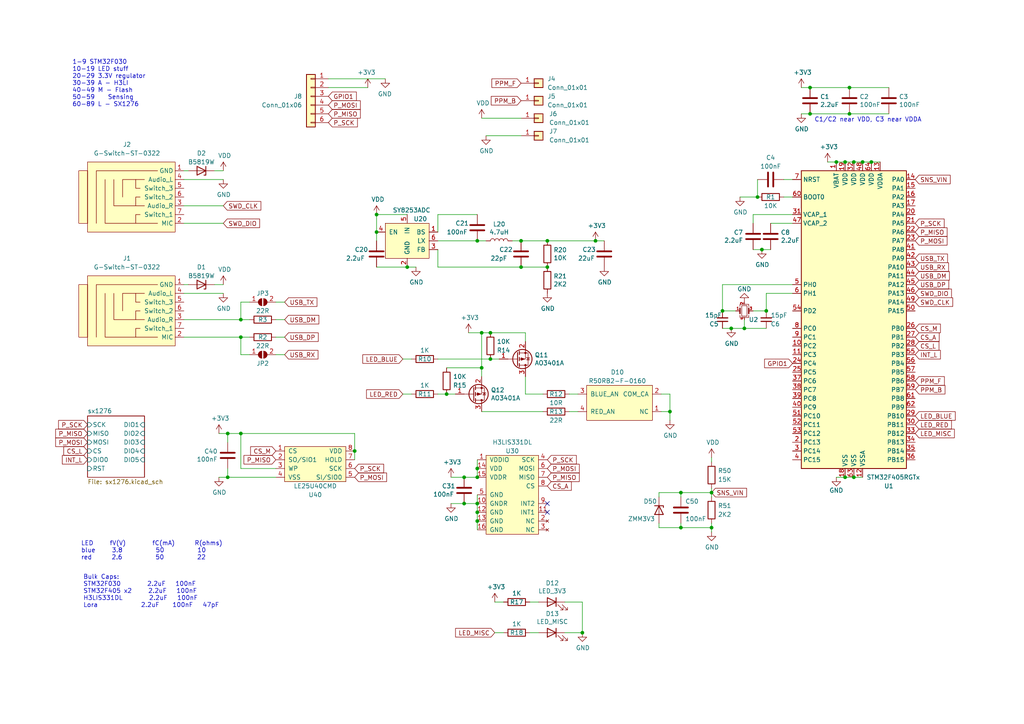
<source format=kicad_sch>
(kicad_sch (version 20211123) (generator eeschema)
  (paper "A4")
  (title_block (title "Spin-Sonic") (date "2022-10-20") (rev "V2.0.0") (company "Team Alfredo"))
  (junction (at 151.13 69.85))
  (junction (at 212.09 95.25))
  (junction (at 247.65 46.99))
  (junction (at 109.22 67.31))
  (junction (at 246.38 25.4))
  (junction (at 66.04 125.73))
  (junction (at 158.75 77.47))
  (junction (at 138.43 138.43))
  (junction (at 250.19 46.99))
  (junction (at 168.91 183.515))
  (junction (at 139.7 106.68))
  (junction (at 234.95 25.4))
  (junction (at 209.55 90.17))
  (junction (at 138.43 151.13))
  (junction (at 219.71 57.15))
  (junction (at 134.62 138.43))
  (junction (at 142.24 96.52))
  (junction (at 134.62 146.05))
  (junction (at 215.9 95.25))
  (junction (at 69.85 92.71))
  (junction (at 102.87 130.81))
  (junction (at 138.43 148.59))
  (junction (at 206.375 142.875))
  (junction (at 246.38 33.02))
  (junction (at 252.73 46.99))
  (junction (at 245.11 46.99))
  (junction (at 151.13 77.47))
  (junction (at 220.98 72.39))
  (junction (at 142.24 104.14))
  (junction (at 206.375 153.035))
  (junction (at 197.485 142.875))
  (junction (at 109.22 62.23))
  (junction (at 138.43 146.05))
  (junction (at 234.95 33.02))
  (junction (at 69.85 97.79))
  (junction (at 194.31 119.38))
  (junction (at 139.7 96.52))
  (junction (at 158.75 69.85))
  (junction (at 129.54 114.3))
  (junction (at 245.11 138.43))
  (junction (at 247.65 138.43))
  (junction (at 138.43 135.89))
  (junction (at 197.485 153.035))
  (junction (at 222.25 90.17))
  (junction (at 69.85 125.73))
  (junction (at 138.43 69.85))
  (junction (at 172.72 69.85))
  (junction (at 66.04 138.43))
  (junction (at 242.57 46.99))
  (junction (at 118.11 77.47))
  (no_connect (at 158.75 148.59))
  (no_connect (at 158.75 146.05))
  (wire (pts (xy 163.83 174.625) (xy 168.91 174.625)))
  (wire (pts (xy 197.485 151.765) (xy 197.485 153.035)))
  (wire (pts (xy 209.55 82.55) (xy 209.55 90.17)))
  (wire (pts (xy 158.75 69.85) (xy 172.72 69.85)))
  (wire (pts (xy 158.75 77.47) (xy 151.13 77.47)))
  (wire (pts (xy 109.22 62.23) (xy 118.11 62.23)))
  (wire (pts (xy 72.39 87.63) (xy 69.85 87.63)))
  (wire (pts (xy 138.43 69.85) (xy 140.97 69.85)))
  (wire (pts (xy 63.5 125.73) (xy 66.04 125.73)))
  (wire (pts (xy 234.95 33.02) (xy 232.41 33.02)))
  (wire (pts (xy 80.01 97.79) (xy 82.55 97.79)))
  (wire (pts (xy 234.95 33.02) (xy 246.38 33.02)))
  (wire (pts (xy 138.43 135.89) (xy 138.43 133.35)))
  (wire (pts (xy 142.24 104.14) (xy 144.78 104.14)))
  (wire (pts (xy 138.43 146.05) (xy 138.43 148.59)))
  (wire (pts (xy 209.55 95.25) (xy 212.09 95.25)))
  (wire (pts (xy 197.485 144.145) (xy 197.485 142.875)))
  (wire (pts (xy 194.31 114.3) (xy 194.31 119.38)))
  (wire (pts (xy 106.68 25.4) (xy 95.25 25.4)))
  (wire (pts (xy 63.5 138.43) (xy 66.04 138.43)))
  (wire (pts (xy 218.44 64.77) (xy 218.44 62.23)))
  (wire (pts (xy 138.43 138.43) (xy 138.43 135.89)))
  (wire (pts (xy 127 77.47) (xy 127 72.39)))
  (wire (pts (xy 191.135 153.035) (xy 197.485 153.035)))
  (wire (pts (xy 206.375 154.305) (xy 206.375 153.035)))
  (wire (pts (xy 157.48 114.3) (xy 152.4 114.3)))
  (wire (pts (xy 247.65 46.99) (xy 250.19 46.99)))
  (wire (pts (xy 250.19 46.99) (xy 252.73 46.99)))
  (wire (pts (xy 139.7 96.52) (xy 139.7 106.68)))
  (wire (pts (xy 146.05 174.625) (xy 143.51 174.625)))
  (wire (pts (xy 229.87 57.15) (xy 227.33 57.15)))
  (wire (pts (xy 227.33 52.07) (xy 229.87 52.07)))
  (wire (pts (xy 69.85 97.79) (xy 72.39 97.79)))
  (wire (pts (xy 142.24 96.52) (xy 139.7 96.52)))
  (wire (pts (xy 66.04 138.43) (xy 80.01 138.43)))
  (wire (pts (xy 134.62 138.43) (xy 138.43 138.43)))
  (wire (pts (xy 82.55 87.63) (xy 80.01 87.63)))
  (wire (pts (xy 246.38 25.4) (xy 257.81 25.4)))
  (wire (pts (xy 245.11 138.43) (xy 247.65 138.43)))
  (wire (pts (xy 62.23 82.55) (xy 64.77 82.55)))
  (wire (pts (xy 229.87 64.77) (xy 223.52 64.77)))
  (wire (pts (xy 214.63 57.15) (xy 219.71 57.15)))
  (wire (pts (xy 109.22 69.85) (xy 109.22 67.31)))
  (wire (pts (xy 152.4 96.52) (xy 142.24 96.52)))
  (wire (pts (xy 191.135 151.765) (xy 191.135 153.035)))
  (wire (pts (xy 127 114.3) (xy 129.54 114.3)))
  (wire (pts (xy 138.43 148.59) (xy 138.43 151.13)))
  (wire (pts (xy 240.03 46.99) (xy 242.57 46.99)))
  (wire (pts (xy 82.55 102.87) (xy 80.01 102.87)))
  (wire (pts (xy 69.85 92.71) (xy 72.39 92.71)))
  (wire (pts (xy 209.55 82.55) (xy 229.87 82.55)))
  (wire (pts (xy 168.91 174.625) (xy 168.91 183.515)))
  (wire (pts (xy 194.31 119.38) (xy 194.31 121.92)))
  (wire (pts (xy 220.98 72.39) (xy 218.44 72.39)))
  (wire (pts (xy 53.34 92.71) (xy 69.85 92.71)))
  (wire (pts (xy 69.85 125.73) (xy 66.04 125.73)))
  (wire (pts (xy 127 69.85) (xy 138.43 69.85)))
  (wire (pts (xy 53.34 85.09) (xy 64.77 85.09)))
  (wire (pts (xy 242.57 46.99) (xy 245.11 46.99)))
  (wire (pts (xy 191.135 144.145) (xy 191.135 142.875)))
  (wire (pts (xy 82.55 92.71) (xy 80.01 92.71)))
  (wire (pts (xy 111.76 22.86) (xy 95.25 22.86)))
  (wire (pts (xy 138.43 143.51) (xy 138.43 146.05)))
  (wire (pts (xy 102.87 133.35) (xy 102.87 130.81)))
  (wire (pts (xy 53.34 49.53) (xy 54.61 49.53)))
  (wire (pts (xy 191.77 114.3) (xy 194.31 114.3)))
  (wire (pts (xy 232.41 25.4) (xy 234.95 25.4)))
  (wire (pts (xy 53.34 97.79) (xy 69.85 97.79)))
  (wire (pts (xy 252.73 46.99) (xy 255.27 46.99)))
  (wire (pts (xy 116.84 104.14) (xy 119.38 104.14)))
  (wire (pts (xy 191.135 142.875) (xy 197.485 142.875)))
  (wire (pts (xy 135.89 96.52) (xy 139.7 96.52)))
  (wire (pts (xy 53.34 64.77) (xy 64.77 64.77)))
  (wire (pts (xy 245.11 46.99) (xy 247.65 46.99)))
  (wire (pts (xy 215.9 92.71) (xy 215.9 95.25)))
  (wire (pts (xy 218.44 62.23) (xy 229.87 62.23)))
  (wire (pts (xy 109.22 67.31) (xy 109.22 62.23)))
  (wire (pts (xy 53.34 52.07) (xy 64.77 52.07)))
  (wire (pts (xy 163.83 183.515) (xy 168.91 183.515)))
  (wire (pts (xy 69.85 87.63) (xy 69.85 92.71)))
  (wire (pts (xy 72.39 102.87) (xy 69.85 102.87)))
  (wire (pts (xy 69.85 125.73) (xy 102.87 125.73)))
  (wire (pts (xy 118.11 77.47) (xy 120.65 77.47)))
  (wire (pts (xy 66.04 138.43) (xy 66.04 135.89)))
  (wire (pts (xy 167.64 119.38) (xy 165.1 119.38)))
  (wire (pts (xy 152.4 114.3) (xy 152.4 109.22)))
  (wire (pts (xy 139.7 119.38) (xy 157.48 119.38)))
  (wire (pts (xy 140.97 39.37) (xy 151.13 39.37)))
  (wire (pts (xy 53.34 59.69) (xy 64.77 59.69)))
  (wire (pts (xy 247.65 138.43) (xy 250.19 138.43)))
  (wire (pts (xy 127 104.14) (xy 142.24 104.14)))
  (wire (pts (xy 62.23 49.53) (xy 64.77 49.53)))
  (wire (pts (xy 148.59 69.85) (xy 151.13 69.85)))
  (wire (pts (xy 219.71 57.15) (xy 219.71 52.07)))
  (wire (pts (xy 139.7 34.29) (xy 151.13 34.29)))
  (wire (pts (xy 129.54 106.68) (xy 139.7 106.68)))
  (wire (pts (xy 151.13 69.85) (xy 158.75 69.85)))
  (wire (pts (xy 138.43 151.13) (xy 138.43 153.67)))
  (wire (pts (xy 69.85 135.89) (xy 69.85 125.73)))
  (wire (pts (xy 206.375 144.145) (xy 206.375 142.875)))
  (wire (pts (xy 53.34 82.55) (xy 54.61 82.55)))
  (wire (pts (xy 139.7 106.68) (xy 139.7 109.22)))
  (wire (pts (xy 197.485 142.875) (xy 206.375 142.875)))
  (wire (pts (xy 222.25 90.17) (xy 222.25 85.09)))
  (wire (pts (xy 80.01 135.89) (xy 69.85 135.89)))
  (wire (pts (xy 222.25 85.09) (xy 229.87 85.09)))
  (wire (pts (xy 152.4 96.52) (xy 152.4 99.06)))
  (wire (pts (xy 245.11 138.43) (xy 242.57 138.43)))
  (wire (pts (xy 197.485 153.035) (xy 206.375 153.035)))
  (wire (pts (xy 156.21 174.625) (xy 153.67 174.625)))
  (wire (pts (xy 165.1 114.3) (xy 167.64 114.3)))
  (wire (pts (xy 130.81 138.43) (xy 134.62 138.43)))
  (wire (pts (xy 172.72 69.85) (xy 175.26 69.85)))
  (wire (pts (xy 218.44 90.17) (xy 222.25 90.17)))
  (wire (pts (xy 66.04 125.73) (xy 66.04 128.27)))
  (wire (pts (xy 129.54 114.3) (xy 132.08 114.3)))
  (wire (pts (xy 206.375 132.715) (xy 206.375 133.985)))
  (wire (pts (xy 119.38 114.3) (xy 116.84 114.3)))
  (wire (pts (xy 109.22 77.47) (xy 118.11 77.47)))
  (wire (pts (xy 127 67.31) (xy 127 62.23)))
  (wire (pts (xy 127 62.23) (xy 138.43 62.23)))
  (wire (pts (xy 209.55 90.17) (xy 213.36 90.17)))
  (wire (pts (xy 69.85 102.87) (xy 69.85 97.79)))
  (wire (pts (xy 146.05 183.515) (xy 143.51 183.515)))
  (wire (pts (xy 206.375 153.035) (xy 206.375 151.765)))
  (wire (pts (xy 134.62 146.05) (xy 138.43 146.05)))
  (wire (pts (xy 223.52 72.39) (xy 220.98 72.39)))
  (wire (pts (xy 151.13 77.47) (xy 127 77.47)))
  (wire (pts (xy 212.09 95.25) (xy 215.9 95.25)))
  (wire (pts (xy 246.38 33.02) (xy 257.81 33.02)))
  (wire (pts (xy 234.95 25.4) (xy 246.38 25.4)))
  (wire (pts (xy 206.375 142.875) (xy 206.375 141.605)))
  (wire (pts (xy 156.21 183.515) (xy 153.67 183.515)))
  (wire (pts (xy 215.9 95.25) (xy 222.25 95.25)))
  (wire (pts (xy 191.77 119.38) (xy 194.31 119.38)))
  (wire (pts (xy 102.87 130.81) (xy 102.87 125.73)))
  (wire (pts (xy 130.81 146.05) (xy 134.62 146.05)))
  (text "LED     fV(V)        fC(mA)      R(ohms)\nblue     3.8          50          10\nred      2.6          50          22" (at 23.495 162.56 0) (effects (font (size 1.27 1.27)) (justify left bottom)))
  (text "C1/C2 near VDD, C3 near VDDA" (at 236.22 35.56 0) (effects (font (size 1.27 1.27)) (justify left bottom)))
  (text "Bulk Caps:\nSTM32F030        2.2uF   100nF\nSTM32F405 x2     2.2uF   100nF\nH3LIS331DL        2.2uF   100nF\nLora             2.2uF    100nF   47pF\n\n" (at 24.13 178.435 0) (effects (font (size 1.27 1.27)) (justify left bottom)))
  (text "1-9 STM32F030\n10-19 LED stuff\n20-29 3.3V regulator\n30-39 A - H3LI\n40-49 M - Flash\n50-59    Sensing\n60-89 L - SX1276" (at 20.955 31.115 0) (effects (font (size 1.27 1.27)) (justify left bottom)))
  (global_label "P_MISO" (shape input) (at 265.43 67.31 0) (property "Intersheet References" "${INTERSHEET_REFS}" (effects hide)))
  (global_label "P_SCK" (shape input) (at 95.25 35.56 0) (property "Intersheet References" "${INTERSHEET_REFS}" (effects hide)))
  (global_label "PPM_B" (shape input) (at 265.43 113.03 0) (property "Intersheet References" "${INTERSHEET_REFS}" (effects hide)))
  (global_label "LED_BLUE" (shape input) (at 265.43 120.65 0) (property "Intersheet References" "${INTERSHEET_REFS}" (effects hide)))
  (global_label "GPIO1" (shape input) (at 95.25 27.94 0) (property "Intersheet References" "${INTERSHEET_REFS}" (effects hide)))
  (global_label "LED_RED" (shape input) (at 116.84 114.3 180) (property "Intersheet References" "${INTERSHEET_REFS}" (effects hide)))
  (global_label "SWD_DIO" (shape input) (at 64.77 64.77 0) (property "Intersheet References" "${INTERSHEET_REFS}" (effects hide)))
  (global_label "P_SCK" (shape input) (at 102.87 135.89 0) (property "Intersheet References" "${INTERSHEET_REFS}" (effects hide)))
  (global_label "P_MOSI" (shape input) (at 265.43 69.85 0) (property "Intersheet References" "${INTERSHEET_REFS}" (effects hide)))
  (global_label "LED_MISC" (shape input) (at 265.43 125.73 0) (property "Intersheet References" "${INTERSHEET_REFS}" (effects hide)))
  (global_label "USB_DM" (shape input) (at 265.43 80.01 0) (property "Intersheet References" "${INTERSHEET_REFS}" (effects hide)))
  (global_label "LED_RED" (shape input) (at 265.43 123.19 0) (property "Intersheet References" "${INTERSHEET_REFS}" (effects hide)))
  (global_label "P_MOSI" (shape input) (at 102.87 138.43 0) (property "Intersheet References" "${INTERSHEET_REFS}" (effects hide)))
  (global_label "P_SCK" (shape input) (at 265.43 64.77 0) (property "Intersheet References" "${INTERSHEET_REFS}" (effects hide)))
  (global_label "LED_BLUE" (shape input) (at 116.84 104.14 180) (property "Intersheet References" "${INTERSHEET_REFS}" (effects hide)))
  (global_label "PPM_B" (shape input) (at 151.13 29.21 180) (property "Intersheet References" "${INTERSHEET_REFS}" (effects hide)))
  (global_label "P_MISO" (shape input) (at 25.4 125.73 180) (property "Intersheet References" "${INTERSHEET_REFS}" (effects hide)))
  (global_label "USB_DP" (shape input) (at 82.55 97.79 0) (property "Intersheet References" "${INTERSHEET_REFS}" (effects hide)))
  (global_label "LED_MISC" (shape input) (at 143.51 183.515 180) (property "Intersheet References" "${INTERSHEET_REFS}" (effects hide)))
  (global_label "P_SCK" (shape input) (at 25.4 123.19 180) (property "Intersheet References" "${INTERSHEET_REFS}" (effects hide)))
  (global_label "P_MOSI" (shape input) (at 95.25 30.48 0) (property "Intersheet References" "${INTERSHEET_REFS}" (effects hide)))
  (global_label "CS_M" (shape input) (at 265.43 95.25 0) (property "Intersheet References" "${INTERSHEET_REFS}" (effects hide)))
  (global_label "CS_M" (shape input) (at 80.01 130.81 180) (property "Intersheet References" "${INTERSHEET_REFS}" (effects hide)))
  (global_label "P_SCK" (shape input) (at 158.75 133.35 0) (property "Intersheet References" "${INTERSHEET_REFS}" (effects hide)))
  (global_label "INT_L" (shape input) (at 25.4 133.35 180) (property "Intersheet References" "${INTERSHEET_REFS}" (effects hide)))
  (global_label "CS_L" (shape input) (at 265.43 100.33 0) (property "Intersheet References" "${INTERSHEET_REFS}" (effects hide)))
  (global_label "SWD_CLK" (shape input) (at 64.77 59.69 0) (property "Intersheet References" "${INTERSHEET_REFS}" (effects hide)))
  (global_label "P_MOSI" (shape input) (at 158.75 135.89 0) (property "Intersheet References" "${INTERSHEET_REFS}" (effects hide)))
  (global_label "P_MISO" (shape input) (at 95.25 33.02 0) (property "Intersheet References" "${INTERSHEET_REFS}" (effects hide)))
  (global_label "P_MISO" (shape input) (at 80.01 133.35 180) (property "Intersheet References" "${INTERSHEET_REFS}" (effects hide)))
  (global_label "CS_L" (shape input) (at 25.4 130.81 180) (property "Intersheet References" "${INTERSHEET_REFS}" (effects hide)))
  (global_label "INT_L" (shape input) (at 265.43 102.87 0) (property "Intersheet References" "${INTERSHEET_REFS}" (effects hide)))
  (global_label "SWD_CLK" (shape input) (at 265.43 87.63 0) (property "Intersheet References" "${INTERSHEET_REFS}" (effects hide)))
  (global_label "USB_TX" (shape input) (at 82.55 87.63 0) (property "Intersheet References" "${INTERSHEET_REFS}" (effects hide)))
  (global_label "USB_TX" (shape input) (at 265.43 74.93 0) (property "Intersheet References" "${INTERSHEET_REFS}" (effects hide)))
  (global_label "CS_A" (shape input) (at 265.43 97.79 0) (property "Intersheet References" "${INTERSHEET_REFS}" (effects hide)))
  (global_label "USB_RX" (shape input) (at 82.55 102.87 0) (property "Intersheet References" "${INTERSHEET_REFS}" (effects hide)))
  (global_label "PPM_F" (shape input) (at 151.13 24.13 180) (property "Intersheet References" "${INTERSHEET_REFS}" (effects hide)))
  (global_label "SNS_VIN" (shape input) (at 206.375 142.875 0) (property "Intersheet References" "${INTERSHEET_REFS}" (effects hide)))
  (global_label "P_MISO" (shape input) (at 158.75 138.43 0) (property "Intersheet References" "${INTERSHEET_REFS}" (effects hide)))
  (global_label "SWD_DIO" (shape input) (at 265.43 85.09 0) (property "Intersheet References" "${INTERSHEET_REFS}" (effects hide)))
  (global_label "USB_RX" (shape input) (at 265.43 77.47 0) (property "Intersheet References" "${INTERSHEET_REFS}" (effects hide)))
  (global_label "GPIO1" (shape input) (at 229.87 105.41 180) (property "Intersheet References" "${INTERSHEET_REFS}" (effects hide)))
  (global_label "PPM_F" (shape input) (at 265.43 110.49 0) (property "Intersheet References" "${INTERSHEET_REFS}" (effects hide)))
  (global_label "P_MOSI" (shape input) (at 25.4 128.27 180) (property "Intersheet References" "${INTERSHEET_REFS}" (effects hide)))
  (global_label "CS_A" (shape input) (at 158.75 140.97 0) (property "Intersheet References" "${INTERSHEET_REFS}" (effects hide)))
  (global_label "USB_DP" (shape input) (at 265.43 82.55 0) (property "Intersheet References" "${INTERSHEET_REFS}" (effects hide)))
  (global_label "SNS_VIN" (shape input) (at 265.43 52.07 0) (property "Intersheet References" "${INTERSHEET_REFS}" (effects hide)))
  (global_label "USB_DM" (shape input) (at 82.55 92.71 0) (property "Intersheet References" "${INTERSHEET_REFS}" (effects hide)))
  (symbol (lib_id "TGD:H3LIS331DL") (at 148.59 143.51 0) (unit 1)
    (property "Reference" "U30" (at 148.59 130.81 0))
    (property "Value" "H3LIS331DL" (at 148.59 128.27 0))
    (property "Footprint" "lib_fp:TGD-TFLGA-16_3x3mm" (effects hide))
  )
  (symbol (lib_id "Device:C") (at 134.62 142.24 0) (mirror y) (unit 1)
    (property "Reference" "C31" (at 132.08 140.97 0) (effects (justify left)))
    (property "Value" "100nF" (at 131.699 143.383 0) (effects (justify left)))
    (property "Footprint" "Capacitor_SMD:C_0603_1608Metric" (effects hide))
    (property "Datasheet" "https://lcsc.com/product-detail/Multilayer-Ceramic-Capacitors-MLCC-SMD-SMT_YAGEO-CC0603KRX7R9BB104_C14663.html" (effects hide))
    (property "LCSC" "C14663" (effects hide))
  )
  (symbol (lib_id "Device:C") (at 234.95 29.21 0) (unit 1)
    (property "Reference" "C1" (at 237.871 28.0416 0) (effects (justify left)))
    (property "Value" "2.2uF" (at 237.871 30.353 0) (effects (justify left)))
    (property "Footprint" "Capacitor_SMD:C_0603_1608Metric" (effects hide))
    (property "Datasheet" "https://lcsc.com/product-detail/Multilayer-Ceramic-Capacitors-MLCC-SMD-SMT_Samsung-Electro-Mechanics-CL10A225KO8NNNC_C23630.html" (effects hide))
    (property "LCSC" "C23630	" (effects hide))
  )
  (symbol (lib_id "Device:R") (at 223.52 57.15 90) (mirror x) (unit 1)
    (property "Reference" "R1" (at 223.52 57.15 90))
    (property "Value" "10K" (at 223.52 59.69 90))
    (property "Footprint" "Resistor_SMD:R_0603_1608Metric_Pad0.98x0.95mm_HandSolder" (effects hide))
    (property "Datasheet" "https://lcsc.com/product-detail/Chip-Resistor-Surface-Mount_UNI-ROYAL-Uniroyal-Elec-0603WAF1002T5E_C25804.html" (effects hide))
    (property "LCSC" "C25804" (effects hide))
  )
  (symbol (lib_id "Device:C") (at 223.52 52.07 90) (unit 1)
    (property "Reference" "C4" (at 223.52 45.72 90))
    (property "Value" "100nF" (at 223.52 48.26 90))
    (property "Footprint" "Capacitor_SMD:C_0603_1608Metric" (effects hide))
    (property "Datasheet" "https://lcsc.com/product-detail/Multilayer-Ceramic-Capacitors-MLCC-SMD-SMT_YAGEO-CC0603KRX7R9BB104_C14663.html" (effects hide))
    (property "LCSC" "C14663" (effects hide))
  )
  (symbol (lib_id "power:GND") (at 214.63 57.15 0) (unit 1)
    (property "Reference" "#PWR0101" (effects hide))
    (property "Value" "GND" (at 214.757 61.5442 0))
  )
  (symbol (lib_id "power:+3V3") (at 240.03 46.99 0) (unit 1)
    (property "Reference" "#PWR0102" (effects hide))
    (property "Value" "+3V3" (at 240.411 42.5958 0))
  )
  (symbol (lib_id "power:GND") (at 242.57 138.43 0) (unit 1)
    (property "Reference" "#PWR0118" (effects hide))
    (property "Value" "GND" (at 242.57 142.24 0))
  )
  (symbol (lib_id "Device:C") (at 246.38 29.21 0) (unit 1)
    (property "Reference" "C2" (at 249.301 28.0416 0) (effects (justify left)))
    (property "Value" "100nF" (at 249.301 30.353 0) (effects (justify left)))
    (property "Footprint" "Capacitor_SMD:C_0603_1608Metric" (effects hide))
    (property "Datasheet" "https://lcsc.com/product-detail/Multilayer-Ceramic-Capacitors-MLCC-SMD-SMT_YAGEO-CC0603KRX7R9BB104_C14663.html" (effects hide))
    (property "LCSC" "C14663" (effects hide))
  )
  (symbol (lib_id "Device:C") (at 257.81 29.21 0) (mirror y) (unit 1)
    (property "Reference" "C3" (at 260.731 28.0416 0) (effects (justify right)))
    (property "Value" "100nF" (at 260.731 30.353 0) (effects (justify right)))
    (property "Footprint" "Capacitor_SMD:C_0603_1608Metric" (effects hide))
    (property "Datasheet" "https://lcsc.com/product-detail/Multilayer-Ceramic-Capacitors-MLCC-SMD-SMT_YAGEO-CC0603KRX7R9BB104_C14663.html" (effects hide))
    (property "LCSC" "C14663" (effects hide))
  )
  (symbol (lib_id "power:+3V3") (at 232.41 25.4 0) (unit 1)
    (property "Reference" "#PWR0103" (effects hide))
    (property "Value" "+3V3" (at 232.791 21.0058 0))
  )
  (symbol (lib_id "Device:Crystal_GND24_Small") (at 215.9 90.17 0) (mirror x) (unit 1)
    (property "Reference" "U2" (at 217.17 92.71 0) (effects (justify left)))
    (property "Value" "Crystal_GND24" (effects hide))
    (property "Footprint" "Crystal:Crystal_SMD_5032-4Pin_5.0x3.2mm" (effects hide))
    (property "Datasheet" "https://lcsc.com/product-detail/SMD-Crystal-Resonators_Abracon-LLC-ABM3B-8-000MHZ-10-1-U-T_C276420.html" (effects hide))
    (property "LCSC" "C276420" (effects hide))
  )
  (symbol (lib_id "Device:C_Small") (at 209.55 92.71 0) (mirror x) (unit 1)
    (property "Reference" "C5" (at 205.74 93.98 0) (effects (justify left)))
    (property "Value" "15pF" (at 204.47 91.44 0) (effects (justify left)))
    (property "Footprint" "Capacitor_SMD:C_0603_1608Metric" (effects hide))
    (property "Datasheet" "https://lcsc.com/product-detail/Multilayer-Ceramic-Capacitors-MLCC-SMD-SMT_Samsung-Electro-Mechanics-CL10C150JB8NNNC_C1644.html" (effects hide))
    (property "LCSC" "C1644" (effects hide))
  )
  (symbol (lib_id "Device:C_Small") (at 222.25 92.71 180) (unit 1)
    (property "Reference" "C6" (at 223.52 93.98 0) (effects (justify right)))
    (property "Value" "15pF" (at 223.52 91.44 0) (effects (justify right)))
    (property "Footprint" "Capacitor_SMD:C_0603_1608Metric" (effects hide))
    (property "Datasheet" "https://lcsc.com/product-detail/Multilayer-Ceramic-Capacitors-MLCC-SMD-SMT_Samsung-Electro-Mechanics-CL10C150JB8NNNC_C1644.html" (effects hide))
    (property "LCSC" "C1644" (effects hide))
  )
  (symbol (lib_id "power:GND") (at 215.9 87.63 0) (mirror x) (unit 1)
    (property "Reference" "#PWR0104" (effects hide))
    (property "Value" "GND" (at 215.9 83.82 0))
  )
  (symbol (lib_id "Transistor_FET:AO3401A") (at 149.86 104.14 0) (mirror x) (unit 1)
    (property "Reference" "Q11" (at 155.067 102.9716 0) (effects (justify left)))
    (property "Value" "AO3401A" (at 155.067 105.283 0) (effects (justify left)))
    (property "Footprint" "Package_TO_SOT_SMD:SOT-23" (effects hide))
    (property "Datasheet" "http://www.aosmd.com/pdfs/datasheet/AO3401A.pdf" (effects hide))
    (property "LCSC" "C15127" (effects hide))
  )
  (symbol (lib_id "Transistor_FET:AO3401A") (at 137.16 114.3 0) (mirror x) (unit 1)
    (property "Reference" "Q12" (at 142.367 113.1316 0) (effects (justify left)))
    (property "Value" "AO3401A" (at 142.367 115.443 0) (effects (justify left)))
    (property "Footprint" "Package_TO_SOT_SMD:SOT-23" (effects hide))
    (property "Datasheet" "http://www.aosmd.com/pdfs/datasheet/AO3401A.pdf" (effects hide))
    (property "LCSC" "C15127" (effects hide))
  )
  (symbol (lib_id "power:GND") (at 212.09 95.25 0) (unit 1)
    (property "Reference" "#PWR0105" (effects hide))
    (property "Value" "GND" (at 212.217 99.6442 0))
  )
  (symbol (lib_id "Device:R") (at 123.19 104.14 90) (unit 1)
    (property "Reference" "R10" (at 123.19 104.14 90))
    (property "Value" "1K" (at 123.19 101.6 90))
    (property "Footprint" "Resistor_SMD:R_0603_1608Metric_Pad0.98x0.95mm_HandSolder" (effects hide))
    (property "Datasheet" "https://lcsc.com/product-detail/Chip-Resistor-Surface-Mount_UNI-ROYAL-Uniroyal-Elec-0603WAF1001T5E_C21190.html" (effects hide))
    (property "LCSC" "C21190" (effects hide))
  )
  (symbol (lib_id "Device:R") (at 123.19 114.3 90) (unit 1)
    (property "Reference" "R11" (at 123.19 114.3 90))
    (property "Value" "1K" (at 123.19 111.76 90))
    (property "Footprint" "Resistor_SMD:R_0603_1608Metric_Pad0.98x0.95mm_HandSolder" (effects hide))
    (property "Datasheet" "https://lcsc.com/product-detail/Chip-Resistor-Surface-Mount_UNI-ROYAL-Uniroyal-Elec-0603WAF1001T5E_C21190.html" (effects hide))
    (property "LCSC" "C21190" (effects hide))
  )
  (symbol (lib_id "Device:R") (at 161.29 114.3 90) (mirror x) (unit 1)
    (property "Reference" "R12" (at 161.29 114.3 90))
    (property "Value" "10R" (at 161.29 116.84 90))
    (property "Footprint" "Resistor_SMD:R_0603_1608Metric_Pad0.98x0.95mm_HandSolder" (effects hide))
    (property "Datasheet" "https://lcsc.com/product-detail/Chip-Resistor---Surface-Mount_UNI-ROYALUniroyal-Elec-0603WAF100JT5E_C22859.html" (effects hide))
    (property "LCSC" "C22859" (effects hide))
  )
  (symbol (lib_id "power:+3V3") (at 130.81 138.43 0) (unit 1)
    (property "Reference" "#PWR0106" (effects hide))
    (property "Value" "+3V3" (at 131.191 134.0358 0))
  )
  (symbol (lib_id "power:GND") (at 130.81 146.05 0) (unit 1)
    (property "Reference" "#PWR0107" (effects hide))
    (property "Value" "GND" (at 130.937 150.4442 0))
  )
  (symbol (lib_id "Device:R") (at 161.29 119.38 90) (mirror x) (unit 1)
    (property "Reference" "R13" (at 161.29 119.38 90))
    (property "Value" "22R" (at 161.29 121.92 90))
    (property "Footprint" "Resistor_SMD:R_0603_1608Metric_Pad0.98x0.95mm_HandSolder" (effects hide))
    (property "Datasheet" "https://lcsc.com/product-detail/Chip-Resistor---Surface-Mount_UNI-ROYALUniroyal-Elec-0603WAF220JT5E_C23345.html" (effects hide))
    (property "LCSC" "C23345" (effects hide))
  )
  (symbol (lib_id "TGD:SY8253ADC") (at 118.11 69.85 0) (unit 1)
    (property "Reference" "U20" (at 121.92 63.5 0))
    (property "Value" "SY8253ADC" (at 119.38 60.96 0))
    (property "Footprint" "Package_TO_SOT_SMD:TSOT-23-6" (effects hide))
    (property "Datasheet" "https://lcsc.com/product-detail/DC-DC-Converters_Silergy-Corp-SY8253ADC_C93736.html" (effects hide))
    (property "LCSC" "C93736" (effects hide))
  )
  (symbol (lib_id "Device:C") (at 109.22 73.66 0) (mirror y) (unit 1)
    (property "Reference" "C20" (at 102.87 72.39 0) (effects (justify right)))
    (property "Value" "2.2uF" (at 100.33 74.93 0) (effects (justify right)))
    (property "Footprint" "Capacitor_SMD:C_0603_1608Metric" (effects hide))
    (property "Datasheet" "https://lcsc.com/product-detail/Multilayer-Ceramic-Capacitors-MLCC-SMD-SMT_Samsung-Electro-Mechanics-CL10A225KO8NNNC_C23630.html" (effects hide))
    (property "LCSC" "C23630	" (effects hide))
  )
  (symbol (lib_id "power:GND") (at 120.65 77.47 0) (unit 1)
    (property "Reference" "#PWR0108" (effects hide))
    (property "Value" "GND" (at 120.777 81.8642 0))
  )
  (symbol (lib_id "Device:L") (at 144.78 69.85 90) (unit 1)
    (property "Reference" "L20" (at 144.78 65.024 90))
    (property "Value" "4.7uH" (at 144.78 67.3354 90))
    (property "Footprint" "Inductor_SMD:L_1210_3225Metric" (effects hide))
    (property "Datasheet" "https://lcsc.com/product-detail/Power-Inductors_Murata-Electronics-LQH32CN4R7M23L_C86070.html" (effects hide))
    (property "LCSC" "C86070" (effects hide))
  )
  (symbol (lib_id "Device:C") (at 138.43 66.04 0) (mirror y) (unit 1)
    (property "Reference" "C21" (at 132.08 64.77 0) (effects (justify right)))
    (property "Value" "100nF" (at 129.54 67.31 0) (effects (justify right)))
    (property "Footprint" "Capacitor_SMD:C_0603_1608Metric" (effects hide))
    (property "Datasheet" "https://lcsc.com/product-detail/Multilayer-Ceramic-Capacitors-MLCC-SMD-SMT_YAGEO-CC0603KRX7R9BB104_C14663.html" (effects hide))
    (property "LCSC" "C14663" (effects hide))
  )
  (symbol (lib_id "Device:C") (at 151.13 73.66 0) (mirror y) (unit 1)
    (property "Reference" "C22" (at 144.78 72.39 0) (effects (justify right)))
    (property "Value" "22pF" (at 142.24 74.93 0) (effects (justify right)))
    (property "Footprint" "Capacitor_SMD:C_0603_1608Metric" (effects hide))
    (property "Datasheet" "https://lcsc.com/product-detail/Multilayer-Ceramic-Capacitors-MLCC-SMD-SMT_Samsung-Electro-Mechanics-CL10C220JB8NNNC_C1653.html" (effects hide))
    (property "LCSC" "C1653" (effects hide))
  )
  (symbol (lib_id "Device:R") (at 158.75 73.66 0) (unit 1)
    (property "Reference" "R20" (at 160.528 72.4916 0) (effects (justify left)))
    (property "Value" "10K" (at 160.528 74.803 0) (effects (justify left)))
    (property "Footprint" "Resistor_SMD:R_0603_1608Metric_Pad0.98x0.95mm_HandSolder" (effects hide))
    (property "Datasheet" "https://lcsc.com/product-detail/Chip-Resistor-Surface-Mount_UNI-ROYAL-Uniroyal-Elec-0603WAF1002T5E_C25804.html" (effects hide))
    (property "LCSC" "C25804" (effects hide))
  )
  (symbol (lib_id "power:GND") (at 194.31 121.92 0) (unit 1)
    (property "Reference" "#PWR0116" (effects hide))
    (property "Value" "GND" (at 194.437 126.3142 0))
  )
  (symbol (lib_id "power:+3V3") (at 135.89 96.52 0) (unit 1)
    (property "Reference" "#PWR0117" (effects hide))
    (property "Value" "+3V3" (at 136.271 92.1258 0))
  )
  (symbol (lib_id "power:GND") (at 158.75 85.09 0) (unit 1)
    (property "Reference" "#PWR0109" (effects hide))
    (property "Value" "GND" (at 158.877 89.4842 0))
  )
  (symbol (lib_id "Device:R") (at 158.75 81.28 0) (unit 1)
    (property "Reference" "R21" (at 160.528 80.1116 0) (effects (justify left)))
    (property "Value" "2K2" (at 160.528 82.423 0) (effects (justify left)))
    (property "Footprint" "Resistor_SMD:R_0603_1608Metric_Pad0.98x0.95mm_HandSolder" (effects hide))
    (property "Datasheet" "https://lcsc.com/product-detail/Chip-Resistor-Surface-Mount_UNI-ROYAL-Uniroyal-Elec-0603WAF2201T5E_C4190.html" (effects hide))
    (property "LCSC" "C4190" (effects hide))
  )
  (symbol (lib_id "Device:C") (at 175.26 73.66 0) (mirror y) (unit 1)
    (property "Reference" "C23" (at 168.91 72.39 0) (effects (justify right)))
    (property "Value" "22uF" (at 167.64 74.93 0) (effects (justify right)))
    (property "Footprint" "Capacitor_SMD:C_0603_1608Metric" (effects hide))
    (property "Datasheet" "https://lcsc.com/product-detail/Multilayer-Ceramic-Capacitors-MLCC-SMD-SMT_Samsung-Electro-Mechanics-CL10A226MQ8NRNC_C59461.html" (effects hide))
    (property "LCSC" "C59461	" (effects hide))
  )
  (symbol (lib_id "power:GND") (at 175.26 77.47 0) (unit 1)
    (property "Reference" "#PWR0110" (effects hide))
    (property "Value" "GND" (at 175.387 81.8642 0))
  )
  (symbol (lib_id "power:+3V3") (at 172.72 69.85 0) (unit 1)
    (property "Reference" "#PWR0111" (effects hide))
    (property "Value" "+3V3" (at 173.101 65.4558 0))
  )
  (symbol (lib_id "power:VDD") (at 109.22 62.23 0) (unit 1)
    (property "Reference" "#PWR0112" (effects hide))
    (property "Value" "VDD" (at 109.601 57.8358 0))
  )
  (symbol (lib_id "power:VDD") (at 206.375 132.715 0) (unit 1)
    (property "Reference" "#PWR0121" (effects hide))
    (property "Value" "VDD" (at 206.756 128.3208 0))
  )
  (symbol (lib_id "power:GND") (at 206.375 154.305 0) (unit 1)
    (property "Reference" "#PWR0122" (effects hide))
    (property "Value" "GND" (at 206.502 158.6992 0))
  )
  (symbol (lib_id "Device:R") (at 206.375 137.795 0) (mirror y) (unit 1)
    (property "Reference" "R50" (at 210.185 136.525 0))
    (property "Value" "15K" (at 210.185 139.065 0))
    (property "Footprint" "Resistor_SMD:R_0603_1608Metric_Pad0.98x0.95mm_HandSolder" (effects hide))
    (property "Datasheet" "https://lcsc.com/product-detail/Chip-Resistor-Surface-Mount_UNI-ROYAL-Uniroyal-Elec-0603WAF1502T5E_C22809.html" (effects hide))
    (property "LCSC" "C22809" (effects hide))
  )
  (symbol (lib_id "Device:R") (at 206.375 147.955 0) (mirror y) (unit 1)
    (property "Reference" "R51" (at 210.185 146.685 0))
    (property "Value" "2K2" (at 210.185 149.225 0))
    (property "Footprint" "Resistor_SMD:R_0603_1608Metric_Pad0.98x0.95mm_HandSolder" (effects hide))
    (property "Datasheet" "https://lcsc.com/product-detail/Chip-Resistor-Surface-Mount_UNI-ROYAL-Uniroyal-Elec-0603WAF2201T5E_C4190.html" (effects hide))
    (property "LCSC" "C4190" (effects hide))
  )
  (symbol (lib_id "Device:C") (at 197.485 147.955 0) (mirror y) (unit 1)
    (property "Reference" "C50" (at 198.755 145.415 0) (effects (justify right)))
    (property "Value" "100nF" (at 198.755 150.495 0) (effects (justify right)))
    (property "Footprint" "Capacitor_SMD:C_0603_1608Metric" (effects hide))
    (property "Datasheet" "https://lcsc.com/product-detail/Multilayer-Ceramic-Capacitors-MLCC-SMD-SMT_YAGEO-CC0603KRX7R9BB104_C14663.html" (effects hide))
    (property "LCSC" "C14663" (effects hide))
  )
  (symbol (lib_id "TGD:R50RB2-F-0160") (at 180.34 116.84 180) (unit 1)
    (property "Reference" "D10" (at 179.07 107.95 0))
    (property "Value" "R50RB2-F-0160" (at 179.07 110.49 0))
    (property "Footprint" "lib_fp:R50RB2-F-0160" (effects hide))
    (property "Datasheet" "https://www.bivar.com/parts_content/Datasheets/R50RB2-F-0160.pdf" (effects hide))
  )
  (symbol (lib_id "TGD:LE25U40CMD") (at 91.44 134.62 0) (unit 1)
    (property "Reference" "U40" (at 91.44 143.51 0))
    (property "Value" "LE25U40CMD" (at 91.44 140.97 0))
    (property "Footprint" "Package_SO:SOIC-8_3.9x4.9mm_P1.27mm" (effects hide))
    (property "Datasheet" "https://lcsc.com/product-detail/NOR-FLASH_ON-Semiconductor-LE25U40CMDTWG_C146750.html" (effects hide))
    (property "LCSC" "C146750" (effects hide))
  )
  (symbol (lib_id "power:+3V3") (at 63.5 125.73 0) (unit 1)
    (property "Reference" "#PWR0120" (effects hide))
    (property "Value" "+3V3" (at 63.881 121.3358 0))
  )
  (symbol (lib_id "power:GND") (at 63.5 138.43 0) (unit 1)
    (property "Reference" "#PWR0119" (effects hide))
    (property "Value" "GND" (at 63.627 142.8242 0))
  )
  (symbol (lib_id "Device:C") (at 66.04 132.08 0) (unit 1)
    (property "Reference" "C40" (at 63.119 130.9116 0) (effects (justify right)))
    (property "Value" "100nF" (at 63.119 133.223 0) (effects (justify right)))
    (property "Footprint" "Capacitor_SMD:C_0603_1608Metric" (effects hide))
    (property "Datasheet" "https://lcsc.com/product-detail/Multilayer-Ceramic-Capacitors-MLCC-SMD-SMT_YAGEO-CC0603KRX7R9BB104_C14663.html" (effects hide))
    (property "LCSC" "C14663" (effects hide))
  )
  (symbol (lib_id "power:GND") (at 111.76 22.86 0) (mirror y) (unit 1)
    (property "Reference" "#PWR0152" (effects hide))
    (property "Value" "GND" (at 111.633 27.2542 0))
  )
  (symbol (lib_id "power:+3V3") (at 106.68 25.4 0) (mirror y) (unit 1)
    (property "Reference" "#PWR0153" (effects hide))
    (property "Value" "+3V3" (at 106.299 21.0058 0))
  )
  (symbol (lib_id "MCU_ST_STM32F4:STM32F405RGTx") (at 247.65 92.71 0) (unit 1)
    (property "Reference" "U1" (at 257.81 140.97 0))
    (property "Value" "STM32F405RGTx" (at 259.08 138.43 0))
    (property "Footprint" "Package_QFP:LQFP-64_10x10mm_P0.5mm" (effects hide))
    (property "Datasheet" "http://www.st.com/st-web-ui/static/active/en/resource/technical/document/datasheet/DM00037051.pdf" (effects hide))
    (property "LCSC" "C15742" (effects hide))
  )
  (symbol (lib_id "power:GND") (at 232.41 33.02 0) (unit 1)
    (property "Reference" "#PWR0113" (effects hide))
    (property "Value" "GND" (at 232.537 37.4142 0))
  )
  (symbol (lib_id "Device:C") (at 218.44 68.58 0) (mirror y) (unit 1)
    (property "Reference" "C7" (at 215.519 67.4116 0) (effects (justify left)))
    (property "Value" "2.2uF" (at 215.519 69.723 0) (effects (justify left)))
    (property "Footprint" "Capacitor_SMD:C_0603_1608Metric" (effects hide))
    (property "Datasheet" "https://lcsc.com/product-detail/Multilayer-Ceramic-Capacitors-MLCC-SMD-SMT_Samsung-Electro-Mechanics-CL10A225KO8NNNC_C23630.html" (effects hide))
    (property "LCSC" "C23630	" (effects hide))
  )
  (symbol (lib_id "Device:C") (at 223.52 68.58 0) (unit 1)
    (property "Reference" "C8" (at 226.441 67.4116 0) (effects (justify left)))
    (property "Value" "2.2uF" (at 226.441 69.723 0) (effects (justify left)))
    (property "Footprint" "Capacitor_SMD:C_0603_1608Metric" (effects hide))
    (property "Datasheet" "https://lcsc.com/product-detail/Multilayer-Ceramic-Capacitors-MLCC-SMD-SMT_Samsung-Electro-Mechanics-CL10A225KO8NNNC_C23630.html" (effects hide))
    (property "LCSC" "C23630	" (effects hide))
  )
  (symbol (lib_id "power:GND") (at 220.98 72.39 0) (unit 1)
    (property "Reference" "#PWR0131" (effects hide))
    (property "Value" "GND" (at 221.107 76.7842 0))
  )
  (symbol (lib_id "Device:R") (at 142.24 100.33 0) (unit 1)
    (property "Reference" "R14" (at 146.05 101.6 0))
    (property "Value" "10K" (at 146.05 99.06 0))
    (property "Footprint" "Resistor_SMD:R_0603_1608Metric_Pad0.98x0.95mm_HandSolder" (effects hide))
    (property "Datasheet" "https://lcsc.com/product-detail/Chip-Resistor-Surface-Mount_UNI-ROYAL-Uniroyal-Elec-0603WAF1002T5E_C25804.html" (effects hide))
    (property "LCSC" "C25804" (effects hide))
  )
  (symbol (lib_id "Device:R") (at 129.54 110.49 0) (unit 1)
    (property "Reference" "R15" (at 133.35 111.76 0))
    (property "Value" "10K" (at 133.35 109.22 0))
    (property "Footprint" "Resistor_SMD:R_0603_1608Metric_Pad0.98x0.95mm_HandSolder" (effects hide))
    (property "Datasheet" "https://lcsc.com/product-detail/Chip-Resistor-Surface-Mount_UNI-ROYAL-Uniroyal-Elec-0603WAF1002T5E_C25804.html" (effects hide))
    (property "LCSC" "C25804" (effects hide))
  )
  (symbol (lib_id "Device:R") (at 76.2 97.79 270) (unit 1)
    (property "Reference" "R2" (at 76.2 97.79 90))
    (property "Value" "22R" (at 76.2 100.33 90))
    (property "Footprint" "Resistor_SMD:R_0603_1608Metric_Pad0.98x0.95mm_HandSolder" (effects hide))
    (property "Datasheet" "https://lcsc.com/product-detail/Chip-Resistor---Surface-Mount_UNI-ROYALUniroyal-Elec-0603WAF220JT5E_C23345.html" (effects hide))
    (property "LCSC" "C23345" (effects hide))
  )
  (symbol (lib_id "Device:R") (at 76.2 92.71 90) (unit 1)
    (property "Reference" "R3" (at 76.2 92.71 90))
    (property "Value" "22R" (at 76.2 90.17 90))
    (property "Footprint" "Resistor_SMD:R_0603_1608Metric_Pad0.98x0.95mm_HandSolder" (effects hide))
    (property "Datasheet" "https://lcsc.com/product-detail/Chip-Resistor---Surface-Mount_UNI-ROYALUniroyal-Elec-0603WAF220JT5E_C23345.html" (effects hide))
    (property "LCSC" "C23345" (effects hide))
  )
  (symbol (lib_id "Connector_Generic:Conn_01x01") (at 156.21 24.13 0) (unit 1)
    (property "Reference" "J4" (at 158.75 22.8599 0) (effects (justify left)))
    (property "Value" "Conn_01x01" (at 158.75 25.3999 0) (effects (justify left)))
    (property "Footprint" "lib_fp:TGD-antenna-THT" (effects hide))
  )
  (symbol (lib_id "Connector_Generic:Conn_01x01") (at 156.21 34.29 0) (unit 1)
    (property "Reference" "J6" (at 159.258 33.0199 0) (effects (justify left)))
    (property "Value" "Conn_01x01" (at 159.258 35.5599 0) (effects (justify left)))
    (property "Footprint" "lib_fp:TGD-antenna-THT" (effects hide))
  )
  (symbol (lib_id "TGD:G-Switch-ST-0322") (at 38.1 90.17 0) (unit 1)
    (property "Reference" "J1" (at 36.83 74.93 0))
    (property "Value" "G-Switch-ST-0322" (at 36.83 77.47 0))
    (property "Footprint" "lib_fp:G-Switch-ST-TRRS" (effects hide))
    (property "Datasheet" "https://datasheet.lcsc.com/lcsc/2105241717_G-Switch-ST-0322D00-071-1A2H_C2829970.pdf" (effects hide))
    (property "LCSC" "C2829970" (effects hide))
  )
  (symbol (lib_id "Connector_Generic:Conn_01x06") (at 90.17 27.94 0) (mirror y) (unit 1)
    (property "Reference" "J8" (at 87.63 27.9399 0) (effects (justify left)))
    (property "Value" "Conn_01x06" (at 87.63 30.4799 0) (effects (justify left)))
    (property "Footprint" "Connector_PinHeader_2.54mm:PinHeader_1x06_P2.54mm_Vertical" (effects hide))
  )
  (symbol (lib_id "TGD:G-Switch-ST-0322") (at 38.1 57.15 0) (unit 1)
    (property "Reference" "J2" (at 36.83 41.91 0))
    (property "Value" "G-Switch-ST-0322" (at 36.83 44.45 0))
    (property "Footprint" "lib_fp:G-Switch-ST-TRRS" (effects hide))
    (property "Datasheet" "https://datasheet.lcsc.com/lcsc/2105241717_G-Switch-ST-0322D00-071-1A2H_C2829970.pdf" (effects hide))
    (property "LCSC" "C2829970" (effects hide))
  )
  (symbol (lib_id "Device:D_Zener") (at 58.42 49.53 180) (unit 1)
    (property "Reference" "D2" (at 58.42 44.45 0))
    (property "Value" "B5819W" (at 58.42 46.99 0))
    (property "Footprint" "Diode_SMD:D_SOD-123" (effects hide))
    (property "Datasheet" "https://lcsc.com/product-detail/Schottky-Barrier-Diodes-SBD_Changjiang-Electronics-Tech-CJ-B5819W_C8598.html" (effects hide))
    (property "LCSC" "C8598" (effects hide))
  )
  (symbol (lib_id "Device:D_Zener") (at 191.135 147.955 270) (unit 1)
    (property "Reference" "D50" (at 188.595 145.415 90))
    (property "Value" "ZMM3V3" (at 186.055 150.495 90))
    (property "Footprint" "Diode_SMD:D_MiniMELF" (effects hide))
    (property "Datasheet" "https://lcsc.com/product-detail/Zener-Diodes_ST-Semtech-ZMM3V3_C8056.html" (effects hide))
    (property "LCSC" "C8056" (effects hide))
  )
  (symbol (lib_id "Connector_Generic:Conn_01x01") (at 156.21 39.37 0) (unit 1)
    (property "Reference" "J7" (at 159.258 38.0999 0) (effects (justify left)))
    (property "Value" "Conn_01x01" (at 159.258 40.6399 0) (effects (justify left)))
    (property "Footprint" "lib_fp:TGD-antenna-THT" (effects hide))
  )
  (symbol (lib_id "power:VDD") (at 139.7 34.29 0) (unit 1)
    (property "Reference" "#PWR0127" (effects hide))
    (property "Value" "VDD" (at 140.081 29.8958 0))
  )
  (symbol (lib_id "Device:LED") (at 160.02 174.625 0) (mirror y) (unit 1)
    (property "Reference" "D12" (at 160.1978 169.1132 0))
    (property "Value" "LED_3V3" (at 160.1978 171.4246 0))
    (property "Footprint" "LED_SMD:LED_0603_1608Metric_Pad1.05x0.95mm_HandSolder" (effects hide))
  )
  (symbol (lib_id "Device:LED") (at 160.02 183.515 0) (mirror y) (unit 1)
    (property "Reference" "D13" (at 160.1978 178.0032 0))
    (property "Value" "LED_MISC" (at 160.1978 180.3146 0))
    (property "Footprint" "LED_SMD:LED_0603_1608Metric_Pad1.05x0.95mm_HandSolder" (effects hide))
  )
  (symbol (lib_id "power:GND") (at 64.77 85.09 0) (unit 1)
    (property "Reference" "#PWR0128" (effects hide))
    (property "Value" "GND" (at 64.897 89.4842 0))
  )
  (symbol (lib_id "power:+3V3") (at 143.51 174.625 0) (unit 1)
    (property "Reference" "#PWR0154" (effects hide))
    (property "Value" "+3V3" (at 143.891 170.2308 0))
  )
  (symbol (lib_id "Device:D_Zener") (at 58.42 82.55 180) (unit 1)
    (property "Reference" "D1" (at 58.42 77.47 0))
    (property "Value" "B5819W" (at 58.42 80.01 0))
    (property "Footprint" "Diode_SMD:D_SOD-123" (effects hide))
    (property "Datasheet" "https://lcsc.com/product-detail/Schottky-Barrier-Diodes-SBD_Changjiang-Electronics-Tech-CJ-B5819W_C8598.html" (effects hide))
    (property "LCSC" "C8598" (effects hide))
  )
  (symbol (lib_id "power:GND") (at 168.91 183.515 0) (unit 1)
    (property "Reference" "#PWR0126" (effects hide))
    (property "Value" "GND" (at 169.037 187.9092 0))
  )
  (symbol (lib_id "Device:R") (at 149.86 174.625 90) (unit 1)
    (property "Reference" "R17" (at 149.86 174.625 90))
    (property "Value" "1K" (at 149.86 172.085 90))
    (property "Footprint" "Resistor_SMD:R_0603_1608Metric_Pad0.98x0.95mm_HandSolder" (effects hide))
    (property "Datasheet" "https://lcsc.com/product-detail/Chip-Resistor-Surface-Mount_UNI-ROYAL-Uniroyal-Elec-0603WAF1001T5E_C21190.html" (effects hide))
    (property "LCSC" "C21190" (effects hide))
  )
  (symbol (lib_id "power:GND") (at 140.97 39.37 0) (unit 1)
    (property "Reference" "#PWR0150" (effects hide))
    (property "Value" "GND" (at 141.097 43.7642 0))
  )
  (symbol (lib_id "power:VDD") (at 64.77 82.55 0) (unit 1)
    (property "Reference" "#PWR0129" (effects hide))
    (property "Value" "VDD" (at 65.151 78.1558 0))
  )
  (symbol (lib_id "Connector_Generic:Conn_01x01") (at 156.21 29.21 0) (unit 1)
    (property "Reference" "J5" (at 158.75 27.9399 0) (effects (justify left)))
    (property "Value" "Conn_01x01" (at 158.75 30.4799 0) (effects (justify left)))
    (property "Footprint" "lib_fp:TGD-antenna-THT" (effects hide))
  )
  (symbol (lib_id "power:GND") (at 64.77 52.07 0) (unit 1)
    (property "Reference" "#PWR0130" (effects hide))
    (property "Value" "GND" (at 64.897 56.4642 0))
  )
  (symbol (lib_id "Device:R") (at 149.86 183.515 90) (unit 1)
    (property "Reference" "R18" (at 149.86 183.515 90))
    (property "Value" "1K" (at 149.86 180.975 90))
    (property "Footprint" "Resistor_SMD:R_0603_1608Metric_Pad0.98x0.95mm_HandSolder" (effects hide))
    (property "Datasheet" "https://lcsc.com/product-detail/Chip-Resistor-Surface-Mount_UNI-ROYAL-Uniroyal-Elec-0603WAF1001T5E_C21190.html" (effects hide))
    (property "LCSC" "C21190" (effects hide))
  )
  (symbol (lib_id "power:VDD") (at 64.77 49.53 0) (unit 1)
    (property "Reference" "#PWR0114" (effects hide))
    (property "Value" "VDD" (at 65.151 45.1358 0))
  )
  (symbol (lib_id "Jumper:SolderJumper_2_Open") (at 76.2 102.87 0) (mirror x) (unit 1)
    (property "Reference" "JP2" (at 76.2 105.41 0))
    (property "Value" "SolderJumper_2_Open" (effects hide))
    (property "Footprint" "lib_fp:TGD_SolderJumper" (effects hide))
  )
  (symbol (lib_id "Jumper:SolderJumper_2_Open") (at 76.2 87.63 0) (mirror x) (unit 1)
    (property "Reference" "JP3" (at 76.2 85.09 0))
    (property "Value" "SolderJumper_2_Open" (effects hide))
    (property "Footprint" "lib_fp:TGD_SolderJumper" (effects hide))
  )
  (sheet (at 25.4 120.65) (size 16.51 17.78)
    (property "Sheet name" "sx1276" (at 25.4 119.9384 0) (effects (justify left bottom)))
    (property "Sheet file" "sx1276.kicad_sch" (at 25.4 139.0146 0) (effects (justify left top)))
    (pin "DIO0" input (at 25.4 133.35 180))
    (pin "DIO1" input (at 41.91 123.19 0))
    (pin "DIO2" input (at 41.91 125.73 0))
    (pin "DIO3" input (at 41.91 128.27 0))
    (pin "DIO4" input (at 41.91 130.81 0))
    (pin "DIO5" input (at 41.91 133.35 0))
    (pin "SCK" input (at 25.4 123.19 180))
    (pin "MISO" input (at 25.4 125.73 180))
    (pin "MOSI" input (at 25.4 128.27 180))
    (pin "CS" input (at 25.4 130.81 180))
    (pin "RST" input (at 25.4 135.89 180))
  )
)
</source>
